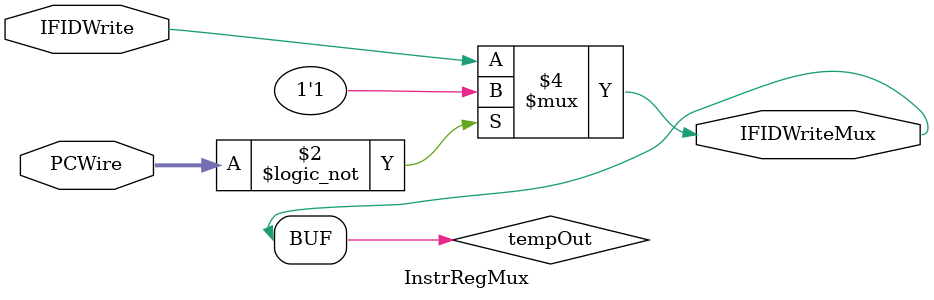
<source format=v>
`timescale 1ns / 1ps


module InstrRegMux(
    output IFIDWriteMux,
    input IFIDWrite,
    input[31:0] PCWire
    );
	 
	 reg tempOut;
	 
	 always@(*)
	 begin
	     if(PCWire==32'd0)
		  begin
		      tempOut = 1'b1;
		  end
		  else
		  begin
		      tempOut = IFIDWrite;
		  end
	 end
	 
	 assign IFIDWriteMux = tempOut;


endmodule

</source>
